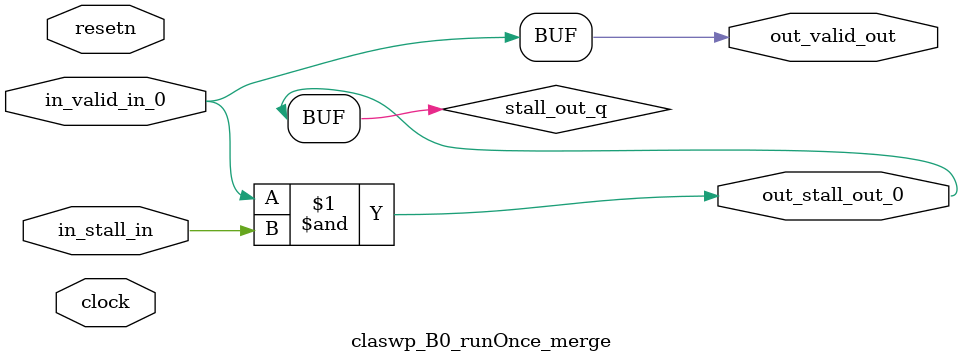
<source format=sv>



(* altera_attribute = "-name AUTO_SHIFT_REGISTER_RECOGNITION OFF; -name MESSAGE_DISABLE 10036; -name MESSAGE_DISABLE 10037; -name MESSAGE_DISABLE 14130; -name MESSAGE_DISABLE 14320; -name MESSAGE_DISABLE 15400; -name MESSAGE_DISABLE 14130; -name MESSAGE_DISABLE 10036; -name MESSAGE_DISABLE 12020; -name MESSAGE_DISABLE 12030; -name MESSAGE_DISABLE 12010; -name MESSAGE_DISABLE 12110; -name MESSAGE_DISABLE 14320; -name MESSAGE_DISABLE 13410; -name MESSAGE_DISABLE 113007; -name MESSAGE_DISABLE 10958" *)
module claswp_B0_runOnce_merge (
    input wire [0:0] in_stall_in,
    input wire [0:0] in_valid_in_0,
    output wire [0:0] out_stall_out_0,
    output wire [0:0] out_valid_out,
    input wire clock,
    input wire resetn
    );

    wire [0:0] stall_out_q;


    // stall_out(LOGICAL,6)
    assign stall_out_q = in_valid_in_0 & in_stall_in;

    // out_stall_out_0(GPOUT,4)
    assign out_stall_out_0 = stall_out_q;

    // out_valid_out(GPOUT,5)
    assign out_valid_out = in_valid_in_0;

endmodule

</source>
